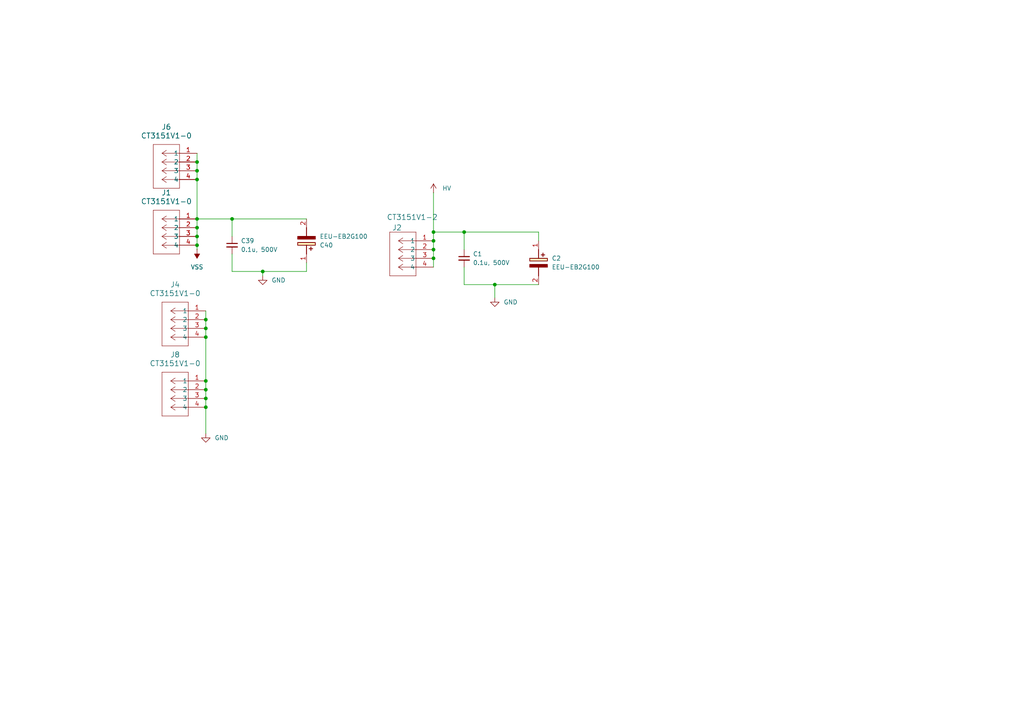
<source format=kicad_sch>
(kicad_sch (version 20231120) (generator "eeschema") (generator_version "8.0")
  (paper "A4")
  (lib_symbols
    (symbol "Device:C_Small" (pin_numbers hide) (pin_names (offset 0.254) hide)
      (property "Reference" "C" (at 0.254 1.778 0))
      (property "Value" "C_Small" (at 0.254 -2.032 0))
      (symbol "C_Small_0_1"
        (polyline (pts (xy -1.524 -0.508) (xy 1.524 -0.508)) (stroke (width 0.3302)))
        (polyline (pts (xy -1.524 0.508) (xy 1.524 0.508)) (stroke (width 0.3048)))
      )
      (symbol "C_Small_1_1"
        (pin passive line (at 0 2.54 270) (length 2.032) (name "~") (number "1"))
        (pin passive line (at 0 -2.54 90) (length 2.032) (name "~") (number "2"))
      )
    )
    (symbol "_PHASE:CT3151V1-0" (pin_names (offset 0.254))
      (property "Reference" "J" (at 8.89 6.35 0))
      (property "Value" "CT3151V1-0" (at 9.398 3.81 0))
      (symbol "CT3151V1-0_1_1"
        (polyline (pts (xy 5.08 -10.16) (xy 12.7 -10.16)) (stroke (width 0.127)))
        (polyline (pts (xy 5.08 2.54) (xy 5.08 -10.16)) (stroke (width 0.127)))
        (polyline (pts (xy 10.16 -7.62) (xy 5.08 -7.62)) (stroke (width 0.127)))
        (polyline (pts (xy 10.16 -7.62) (xy 8.89 -8.4667)) (stroke (width 0.127)))
        (polyline (pts (xy 10.16 -7.62) (xy 8.89 -6.7733)) (stroke (width 0.127)))
        (polyline (pts (xy 10.16 -5.08) (xy 5.08 -5.08)) (stroke (width 0.127)))
        (polyline (pts (xy 10.16 -5.08) (xy 8.89 -5.9267)) (stroke (width 0.127)))
        (polyline (pts (xy 10.16 -5.08) (xy 8.89 -4.2333)) (stroke (width 0.127)))
        (polyline (pts (xy 10.16 -2.54) (xy 5.08 -2.54)) (stroke (width 0.127)))
        (polyline (pts (xy 10.16 -2.54) (xy 8.89 -3.3867)) (stroke (width 0.127)))
        (polyline (pts (xy 10.16 -2.54) (xy 8.89 -1.6933)) (stroke (width 0.127)))
        (polyline (pts (xy 10.16 0) (xy 5.08 0)) (stroke (width 0.127)))
        (polyline (pts (xy 10.16 0) (xy 8.89 -0.8467)) (stroke (width 0.127)))
        (polyline (pts (xy 10.16 0) (xy 8.89 0.8467)) (stroke (width 0.127)))
        (polyline (pts (xy 12.7 -10.16) (xy 12.7 2.54)) (stroke (width 0.127)))
        (polyline (pts (xy 12.7 2.54) (xy 5.08 2.54)) (stroke (width 0.127)))
        (pin unspecified line (at 0 0 0) (length 5.08) (name "1") (number "1"))
        (pin unspecified line (at 0 -2.54 0) (length 5.08) (name "2") (number "2"))
        (pin unspecified line (at 0 -5.08 0) (length 5.08) (name "3") (number "3"))
        (pin unspecified line (at 0 -7.62 0) (length 5.08) (name "4") (number "4"))
      )
      (symbol "CT3151V1-0_1_2"
        (polyline (pts (xy 5.08 -10.16) (xy 12.7 -10.16)) (stroke (width 0.127)))
        (polyline (pts (xy 5.08 2.54) (xy 5.08 -10.16)) (stroke (width 0.127)))
        (polyline (pts (xy 7.62 -7.62) (xy 5.08 -7.62)) (stroke (width 0.127)))
        (polyline (pts (xy 7.62 -7.62) (xy 8.89 -8.4667)) (stroke (width 0.127)))
        (polyline (pts (xy 7.62 -7.62) (xy 8.89 -6.7733)) (stroke (width 0.127)))
        (polyline (pts (xy 7.62 -5.08) (xy 5.08 -5.08)) (stroke (width 0.127)))
        (polyline (pts (xy 7.62 -5.08) (xy 8.89 -5.9267)) (stroke (width 0.127)))
        (polyline (pts (xy 7.62 -5.08) (xy 8.89 -4.2333)) (stroke (width 0.127)))
        (polyline (pts (xy 7.62 -2.54) (xy 5.08 -2.54)) (stroke (width 0.127)))
        (polyline (pts (xy 7.62 -2.54) (xy 8.89 -3.3867)) (stroke (width 0.127)))
        (polyline (pts (xy 7.62 -2.54) (xy 8.89 -1.6933)) (stroke (width 0.127)))
        (polyline (pts (xy 7.62 0) (xy 5.08 0)) (stroke (width 0.127)))
        (polyline (pts (xy 7.62 0) (xy 8.89 -0.8467)) (stroke (width 0.127)))
        (polyline (pts (xy 7.62 0) (xy 8.89 0.8467)) (stroke (width 0.127)))
        (polyline (pts (xy 12.7 -10.16) (xy 12.7 2.54)) (stroke (width 0.127)))
        (polyline (pts (xy 12.7 2.54) (xy 5.08 2.54)) (stroke (width 0.127)))
        (pin unspecified line (at 0 0 0) (length 5.08) (name "1") (number "1"))
        (pin unspecified line (at 0 -2.54 0) (length 5.08) (name "2") (number "2"))
        (pin unspecified line (at 0 -5.08 0) (length 5.08) (name "3") (number "3"))
        (pin unspecified line (at 0 -7.62 0) (length 5.08) (name "4") (number "4"))
      )
    )
    (symbol "_PHASE:EEU-EB2G100" (pin_names hide)
      (property "Reference" "C" (at 8.89 6.35 0))
      (property "Value" "EEU-EB2G100" (at 8.89 3.81 0))
      (symbol "EEU-EB2G100_1_1"
        (polyline (pts (xy 2.54 0) (xy 5.08 0)) (stroke (width 0.254)))
        (polyline (pts (xy 4.064 1.778) (xy 4.064 0.762)) (stroke (width 0.254)))
        (polyline (pts (xy 4.572 1.27) (xy 3.556 1.27)) (stroke (width 0.254)))
        (polyline (pts (xy 7.62 0) (xy 10.16 0)) (stroke (width 0.254)))
        (polyline (pts (xy 7.62 2.54) (xy 7.62 -2.54) (xy 6.858 -2.54) (xy 6.858 2.54) (xy 7.62 2.54)) (stroke (width 0.254)) (fill (type outline)))
        (rectangle (start 5.08 2.54) (end 5.842 -2.54) (stroke (width 0.254)) (fill (type background)))
        (pin passive line (at 0 0 0) (length 2.54) (name "+") (number "1"))
        (pin passive line (at 12.7 0 180) (length 2.54) (name "-") (number "2"))
      )
    )
    (symbol "power:+12V" (power) (pin_numbers hide) (pin_names (offset 0) hide)
      (property "Value" "+12V" (at 0 3.556 0))
      (symbol "+12V_0_1"
        (polyline (pts (xy -0.762 1.27) (xy 0 2.54)))
        (polyline (pts (xy 0 0) (xy 0 2.54)))
        (polyline (pts (xy 0 2.54) (xy 0.762 1.27)))
      )
      (symbol "+12V_1_1"
        (pin power_in line (at 0 0 90) (length 0) (name "~") (number "1"))
      )
    )
    (symbol "power:GND" (power) (pin_numbers hide) (pin_names (offset 0) hide)
      (property "Value" "GND" (at 0 -3.81 0))
      (symbol "GND_0_1"
        (polyline (pts (xy 0 0) (xy 0 -1.27) (xy 1.27 -1.27) (xy 0 -2.54) (xy -1.27 -1.27) (xy 0 -1.27)))
      )
      (symbol "GND_1_1"
        (pin power_in line (at 0 0 270) (length 0) (name "~") (number "1"))
      )
    )
    (symbol "power:VSS" (power) (pin_numbers hide) (pin_names (offset 0) hide)
      (property "Value" "VSS" (at 0 3.556 0))
      (symbol "VSS_0_1"
        (polyline (pts (xy 0 0) (xy 0 2.54)))
        (polyline (pts (xy 0.762 1.27) (xy -0.762 1.27) (xy 0 2.54) (xy 0.762 1.27)) (fill (type outline)))
      )
      (symbol "VSS_1_1"
        (pin power_in line (at 0 0 90) (length 0) (name "~") (number "1"))
      )
    )
  )
  (junction (at 125.73 69.85))
  (junction (at 57.15 71.12))
  (junction (at 59.69 92.71))
  (junction (at 125.73 72.39))
  (junction (at 67.31 63.5))
  (junction (at 59.69 97.79))
  (junction (at 59.69 110.49))
  (junction (at 125.73 67.31))
  (junction (at 125.73 74.93))
  (junction (at 57.15 46.99))
  (junction (at 59.69 118.11))
  (junction (at 57.15 49.53))
  (junction (at 59.69 113.03))
  (junction (at 59.69 95.25))
  (junction (at 57.15 52.07))
  (junction (at 76.2 78.74))
  (junction (at 134.62 67.31))
  (junction (at 143.51 82.55))
  (junction (at 57.15 68.58))
  (junction (at 57.15 63.5))
  (junction (at 57.15 66.04))
  (junction (at 59.69 115.57))
  (wire (pts (xy 57.15 71.12) (xy 57.15 72.39)))
  (wire (pts (xy 57.15 46.99) (xy 57.15 49.53)))
  (wire (pts (xy 125.73 69.85) (xy 125.73 72.39)))
  (wire (pts (xy 57.15 68.58) (xy 57.15 71.12)))
  (wire (pts (xy 59.69 113.03) (xy 59.69 115.57)))
  (wire (pts (xy 59.69 97.79) (xy 59.69 110.49)))
  (wire (pts (xy 57.15 63.5) (xy 57.15 66.04)))
  (wire (pts (xy 57.15 52.07) (xy 57.15 63.5)))
  (wire (pts (xy 88.9 78.74) (xy 76.2 78.74)))
  (wire (pts (xy 134.62 72.39) (xy 134.62 67.31)))
  (wire (pts (xy 156.21 69.85) (xy 156.21 67.31)))
  (wire (pts (xy 134.62 77.47) (xy 134.62 82.55)))
  (wire (pts (xy 67.31 63.5) (xy 67.31 68.58)))
  (wire (pts (xy 125.73 67.31) (xy 134.62 67.31)))
  (wire (pts (xy 88.9 78.74) (xy 88.9 76.2)))
  (wire (pts (xy 59.69 110.49) (xy 59.69 113.03)))
  (wire (pts (xy 59.69 90.17) (xy 59.69 92.71)))
  (wire (pts (xy 57.15 66.04) (xy 57.15 68.58)))
  (wire (pts (xy 59.69 92.71) (xy 59.69 95.25)))
  (wire (pts (xy 76.2 80.01) (xy 76.2 78.74)))
  (wire (pts (xy 59.69 115.57) (xy 59.69 118.11)))
  (wire (pts (xy 134.62 67.31) (xy 156.21 67.31)))
  (wire (pts (xy 67.31 63.5) (xy 88.9 63.5)))
  (wire (pts (xy 57.15 63.5) (xy 67.31 63.5)))
  (wire (pts (xy 67.31 78.74) (xy 76.2 78.74)))
  (wire (pts (xy 134.62 82.55) (xy 143.51 82.55)))
  (wire (pts (xy 59.69 95.25) (xy 59.69 97.79)))
  (wire (pts (xy 67.31 73.66) (xy 67.31 78.74)))
  (wire (pts (xy 125.73 67.31) (xy 125.73 69.85)))
  (wire (pts (xy 125.73 72.39) (xy 125.73 74.93)))
  (wire (pts (xy 143.51 82.55) (xy 156.21 82.55)))
  (wire (pts (xy 57.15 44.45) (xy 57.15 46.99)))
  (wire (pts (xy 59.69 118.11) (xy 59.69 125.73)))
  (wire (pts (xy 125.73 55.88) (xy 125.73 67.31)))
  (wire (pts (xy 57.15 49.53) (xy 57.15 52.07)))
  (wire (pts (xy 143.51 86.36) (xy 143.51 82.55)))
  (wire (pts (xy 125.73 74.93) (xy 125.73 77.47)))
  (symbol (lib_id "power:GND") (at 59.69 125.73 0) (unit 1)
    (property "Reference" "#PWR047" (effects (hide yes)))
    (property "Value" "GND" (at 62.23 126.9999 0) (effects (justify left)))
    (property "Description" "Power symbol creates a global label with name \"GND\" , ground" (effects (hide yes)))
  )
  (symbol (lib_id "_PHASE:CT3151V1-0") (at 57.15 44.45 0) (mirror y) (unit 1)
    (property "Reference" "J6" (at 48.26 36.83 0) (effects (font (size 1.524 1.524))))
    (property "Value" "CT3151V1-0" (at 48.26 39.37 0) (effects (font (size 1.524 1.524))))
    (property "Footprint" "0_726_footprints:banana_plug_CT3151V1-0" (effects (hide yes)))
    (property "Datasheet" "CT3151V1-0" (effects (hide yes)))
  )
  (symbol (lib_id "_PHASE:CT3151V1-0") (at 125.73 69.85 0) (mirror y) (unit 1)
    (property "Reference" "J2" (at 116.586 66.04 0) (effects (font (size 1.524 1.524)) (justify left)))
    (property "Value" "CT3151V1-2" (at 127 62.992 0) (effects (font (size 1.524 1.524)) (justify left)))
    (property "Footprint" "0_726_footprints:banana_plug_CT3151V1-0" (effects (hide yes)))
    (property "Datasheet" "CT3151V1-0" (effects (hide yes)))
  )
  (symbol (lib_id "_PHASE:EEU-EB2G100") (at 88.9 76.2 270) (mirror x) (unit 1)
    (property "Reference" "C40" (at 92.71 71.1201 90) (effects (justify left)))
    (property "Value" "EEU-EB2G100" (at 92.71 68.5801 90) (effects (justify left)))
    (property "Footprint" "726_footprints:EEU-EB2G100" (effects (hide yes)))
    (property "Datasheet" "https://industrial.panasonic.com/cdbs/www-data/pdf/RDF0000/ABA0000C1024.pdf" (effects (hide yes)))
    (property "Description" "Panasonic Aluminium Electrolytic Capacitor 10uF 400V dc 10mm EB(A) Series, Through Hole Electrolytic, +/-20% 10 x 20mm" (effects (hide yes)))
    (property "Height" "22" (effects (hide yes)))
    (property "Mouser Part Number" "667-EEU-EB2G100" (effects (hide yes)))
    (property "Mouser Price/Stock" "https://www.mouser.co.uk/ProductDetail/Panasonic/EEU-EB2G100?qs=GkeKq47yOUNGPzomhWOt3Q%3D%3D" (effects (hide yes)))
    (property "Manufacturer_Name" "Panasonic" (effects (hide yes)))
    (property "Manufacturer_Part_Number" "EEU-EB2G100" (effects (hide yes)))
  )
  (symbol (lib_id "power:VSS") (at 57.15 72.39 0) (mirror x) (unit 1)
    (property "Reference" "#PWR01" (effects (hide yes)))
    (property "Value" "VSS" (at 57.15 77.47 0))
    (property "Description" "Power symbol creates a global label with name \"VSS\"" (effects (hide yes)))
  )
  (symbol (lib_id "_PHASE:CT3151V1-0") (at 59.69 90.17 0) (mirror y) (unit 1)
    (property "Reference" "J4" (at 50.8 82.55 0) (effects (font (size 1.524 1.524))))
    (property "Value" "CT3151V1-0" (at 50.8 85.09 0) (effects (font (size 1.524 1.524))))
    (property "Footprint" "0_726_footprints:banana_plug_CT3151V1-0" (effects (hide yes)))
    (property "Datasheet" "CT3151V1-0" (effects (hide yes)))
  )
  (symbol (lib_id "_PHASE:CT3151V1-0") (at 57.15 63.5 0) (mirror y) (unit 1)
    (property "Reference" "J1" (at 48.26 55.88 0) (effects (font (size 1.524 1.524))))
    (property "Value" "CT3151V1-0" (at 48.26 58.42 0) (effects (font (size 1.524 1.524))))
    (property "Footprint" "0_726_footprints:banana_plug_CT3151V1-0" (effects (hide yes)))
    (property "Datasheet" "CT3151V1-0" (effects (hide yes)))
  )
  (symbol (lib_id "power:GND") (at 76.2 80.01 0) (unit 1)
    (property "Reference" "#PWR045" (effects (hide yes)))
    (property "Value" "GND" (at 78.74 81.2799 0) (effects (justify left)))
    (property "Description" "Power symbol creates a global label with name \"GND\" , ground" (effects (hide yes)))
  )
  (symbol (lib_id "Device:C_Small") (at 134.62 74.93 0) (unit 1)
    (property "Reference" "C1" (at 137.16 73.6662 0) (effects (justify left)))
    (property "Value" "0.1u, 500V" (at 137.16 76.2062 0) (effects (justify left)))
    (property "Footprint" "Capacitor_SMD:C_1812_4532Metric" (effects (hide yes)))
    (property "Description" "Unpolarized capacitor, small symbol" (effects (hide yes)))
  )
  (symbol (lib_id "Device:C_Small") (at 67.31 71.12 0) (unit 1)
    (property "Reference" "C39" (at 69.85 69.8562 0) (effects (justify left)))
    (property "Value" "0.1u, 500V" (at 69.85 72.3962 0) (effects (justify left)))
    (property "Footprint" "Capacitor_SMD:C_1812_4532Metric" (effects (hide yes)))
    (property "Description" "Unpolarized capacitor, small symbol" (effects (hide yes)))
  )
  (symbol (lib_id "power:GND") (at 143.51 86.36 0) (unit 1)
    (property "Reference" "#PWR03" (effects (hide yes)))
    (property "Value" "GND" (at 146.05 87.6299 0) (effects (justify left)))
    (property "Description" "Power symbol creates a global label with name \"GND\" , ground" (effects (hide yes)))
  )
  (symbol (lib_id "power:+12V") (at 125.73 55.88 0) (unit 1)
    (property "Reference" "#PWR02" (effects (hide yes)))
    (property "Value" "HV" (at 128.27 54.6099 0) (effects (justify left)))
    (property "Description" "Power symbol creates a global label with name \"+12V\"" (effects (hide yes)))
  )
  (symbol (lib_id "_PHASE:CT3151V1-0") (at 59.69 110.49 0) (mirror y) (unit 1)
    (property "Reference" "J8" (at 50.8 102.87 0) (effects (font (size 1.524 1.524))))
    (property "Value" "CT3151V1-0" (at 50.8 105.41 0) (effects (font (size 1.524 1.524))))
    (property "Footprint" "0_726_footprints:banana_plug_CT3151V1-0" (effects (hide yes)))
    (property "Datasheet" "CT3151V1-0" (effects (hide yes)))
  )
  (symbol (lib_id "_PHASE:EEU-EB2G100") (at 156.21 69.85 270) (unit 1)
    (property "Reference" "C2" (at 160.02 74.9299 90) (effects (justify left)))
    (property "Value" "EEU-EB2G100" (at 160.02 77.4699 90) (effects (justify left)))
    (property "Footprint" "726_footprints:EEU-EB2G100" (effects (hide yes)))
    (property "Datasheet" "https://industrial.panasonic.com/cdbs/www-data/pdf/RDF0000/ABA0000C1024.pdf" (effects (hide yes)))
    (property "Description" "Panasonic Aluminium Electrolytic Capacitor 10uF 400V dc 10mm EB(A) Series, Through Hole Electrolytic, +/-20% 10 x 20mm" (effects (hide yes)))
    (property "Height" "22" (effects (hide yes)))
    (property "Mouser Part Number" "667-EEU-EB2G100" (effects (hide yes)))
    (property "Mouser Price/Stock" "https://www.mouser.co.uk/ProductDetail/Panasonic/EEU-EB2G100?qs=GkeKq47yOUNGPzomhWOt3Q%3D%3D" (effects (hide yes)))
    (property "Manufacturer_Name" "Panasonic" (effects (hide yes)))
    (property "Manufacturer_Part_Number" "EEU-EB2G100" (effects (hide yes)))
  )
)
</source>
